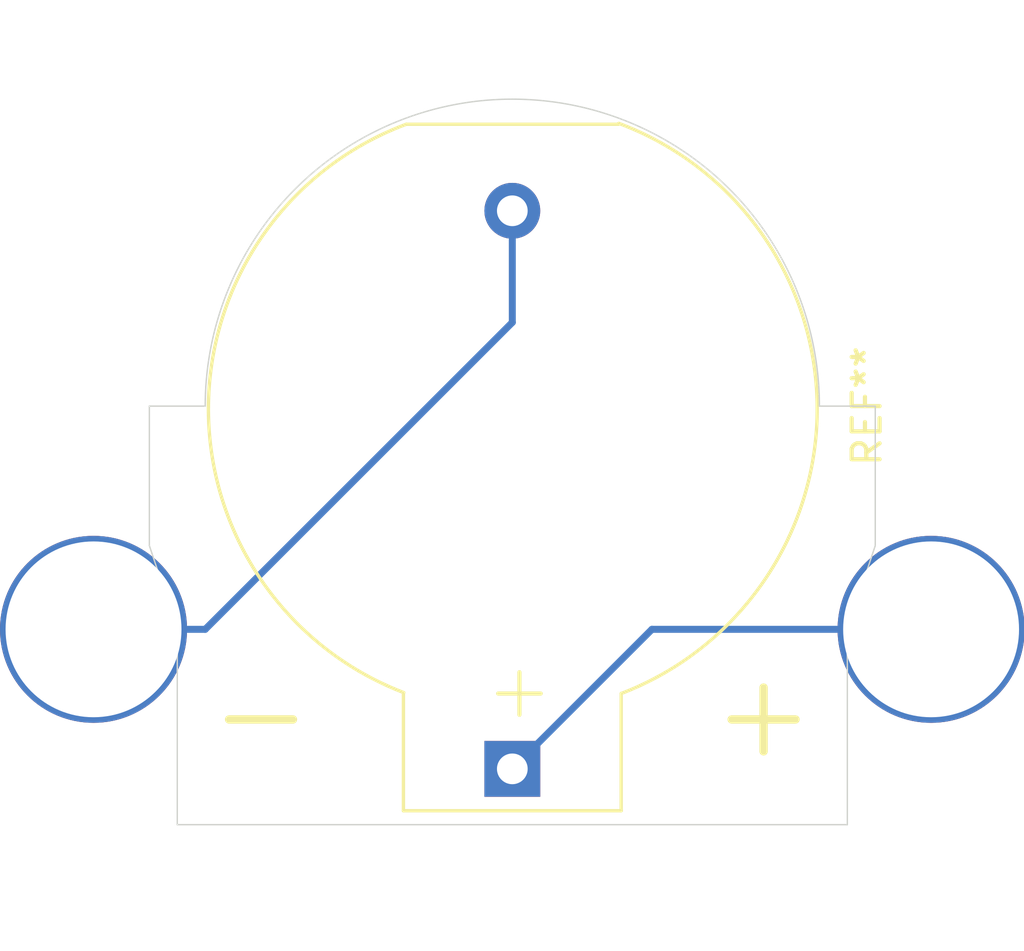
<source format=kicad_pcb>
(kicad_pcb (version 20171130) (host pcbnew "(5.1.6)-1")

  (general
    (thickness 1.6)
    (drawings 12)
    (tracks 7)
    (zones 0)
    (modules 1)
    (nets 1)
  )

  (page A4)
  (layers
    (0 F.Cu signal)
    (31 B.Cu signal)
    (32 B.Adhes user)
    (33 F.Adhes user)
    (34 B.Paste user)
    (35 F.Paste user)
    (36 B.SilkS user)
    (37 F.SilkS user)
    (38 B.Mask user)
    (39 F.Mask user)
    (40 Dwgs.User user)
    (41 Cmts.User user)
    (42 Eco1.User user)
    (43 Eco2.User user)
    (44 Edge.Cuts user)
    (45 Margin user)
    (46 B.CrtYd user)
    (47 F.CrtYd user)
    (48 B.Fab user)
    (49 F.Fab user)
  )

  (setup
    (last_trace_width 0.25)
    (trace_clearance 0.2)
    (zone_clearance 0.508)
    (zone_45_only no)
    (trace_min 0.2)
    (via_size 0.8)
    (via_drill 0.4)
    (via_min_size 0.4)
    (via_min_drill 0.3)
    (user_via 6.7 6.3)
    (uvia_size 0.3)
    (uvia_drill 0.1)
    (uvias_allowed no)
    (uvia_min_size 0.2)
    (uvia_min_drill 0.1)
    (edge_width 0.05)
    (segment_width 0.2)
    (pcb_text_width 0.3)
    (pcb_text_size 1.5 1.5)
    (mod_edge_width 0.12)
    (mod_text_size 1 1)
    (mod_text_width 0.15)
    (pad_size 1.524 1.524)
    (pad_drill 0.762)
    (pad_to_mask_clearance 0.05)
    (aux_axis_origin 0 0)
    (visible_elements FFFFFF7F)
    (pcbplotparams
      (layerselection 0x010fc_ffffffff)
      (usegerberextensions true)
      (usegerberattributes false)
      (usegerberadvancedattributes false)
      (creategerberjobfile false)
      (excludeedgelayer true)
      (linewidth 0.100000)
      (plotframeref false)
      (viasonmask false)
      (mode 1)
      (useauxorigin false)
      (hpglpennumber 1)
      (hpglpenspeed 20)
      (hpglpendiameter 15.000000)
      (psnegative false)
      (psa4output false)
      (plotreference true)
      (plotvalue false)
      (plotinvisibletext false)
      (padsonsilk false)
      (subtractmaskfromsilk true)
      (outputformat 1)
      (mirror false)
      (drillshape 0)
      (scaleselection 1)
      (outputdirectory ""))
  )

  (net 0 "")

  (net_class Default "This is the default net class."
    (clearance 0.2)
    (trace_width 0.25)
    (via_dia 0.8)
    (via_drill 0.4)
    (uvia_dia 0.3)
    (uvia_drill 0.1)
  )

  (module Battery:BatteryHolder_AdamTech_CR2032_‎BH-68A-1‎ (layer F.Cu) (tedit 60C17648) (tstamp 60C1D1E0)
    (at 108 100 270)
    (fp_text reference REF** (at -3 -12.7 90) (layer F.SilkS)
      (effects (font (size 1 1) (thickness 0.15)))
    )
    (fp_text value BatteryHolder_AdamTech_CR2032_‎BH-68A-1‎ (at -0.5 13.3 90) (layer F.Fab)
      (effects (font (size 1 1) (thickness 0.15)))
    )
    (fp_text user + (at 7.3 -0.1 90) (layer F.SilkS)
      (effects (font (size 2 2) (thickness 0.15)))
    )
    (fp_arc (start -2.9 0) (end 7.299999 -3.899999) (angle -318.1509965) (layer B.CrtYd) (width 0.12))
    (fp_arc (start -2.9 0) (end 7.299999 -3.899999) (angle -318.1509965) (layer F.CrtYd) (width 0.12))
    (fp_arc (start -2.9 0) (end -13.099999 3.799999) (angle -138.6426696) (layer F.SilkS) (width 0.12))
    (fp_arc (start -2.9 0) (end 7.299999 -3.899999) (angle -138.6426696) (layer F.SilkS) (width 0.12))
    (fp_line (start 7.3 -3.9) (end 7.299999 -3.899999) (layer B.CrtYd) (width 0.12))
    (fp_line (start 7.299999 -3.899999) (end 7.3 -3.9) (layer B.CrtYd) (width 0.12))
    (fp_line (start 11.5 -3.9) (end 7.299999 -3.899999) (layer B.CrtYd) (width 0.12))
    (fp_line (start 11.5 3.9) (end 11.5 -3.9) (layer B.CrtYd) (width 0.12))
    (fp_line (start 7.299999 3.9) (end 11.5 3.9) (layer B.CrtYd) (width 0.12))
    (fp_line (start 11.5 -3.9) (end 7.3 -3.9) (layer F.CrtYd) (width 0.12))
    (fp_line (start 11.5 3.9) (end 11.5 -3.9) (layer F.CrtYd) (width 0.12))
    (fp_line (start 7.3 3.9) (end 11.5 3.9) (layer F.CrtYd) (width 0.12))
    (fp_line (start -13.1 -3.8) (end -13.1 3.8) (layer F.SilkS) (width 0.12))
    (fp_line (start 11.5 -3.9) (end 7.3 -3.9) (layer F.SilkS) (width 0.12))
    (fp_line (start 11.5 3.9) (end 11.5 -3.9) (layer F.SilkS) (width 0.12))
    (fp_line (start 7.3 3.9) (end 11.5 3.9) (layer F.SilkS) (width 0.12))
    (pad 2 thru_hole circle (at -10 0 270) (size 2 2) (drill 1.1) (layers *.Cu *.Mask))
    (pad 1 thru_hole rect (at 10 0 270) (size 2 2) (drill 1.1) (layers *.Cu *.Mask))
  )

  (gr_text - (at 99 108) (layer F.SilkS)
    (effects (font (size 3 3) (thickness 0.3)))
  )
  (gr_text + (at 117 108) (layer F.SilkS)
    (effects (font (size 3 3) (thickness 0.3)))
  )
  (gr_arc (start 108 97) (end 119 97) (angle -180) (layer Edge.Cuts) (width 0.05))
  (gr_line (start 119 97) (end 121 97) (layer Edge.Cuts) (width 0.05) (tstamp 60C1D343))
  (gr_line (start 95 97) (end 97 97) (layer Edge.Cuts) (width 0.05))
  (gr_line (start 95 102) (end 95 97) (layer Edge.Cuts) (width 0.05))
  (gr_line (start 96 105) (end 95 102) (layer Edge.Cuts) (width 0.05))
  (gr_line (start 120 105) (end 121 102) (layer Edge.Cuts) (width 0.05) (tstamp 60C1D330))
  (gr_line (start 120 112) (end 120 105) (layer Edge.Cuts) (width 0.05))
  (gr_line (start 96 112) (end 96 105) (layer Edge.Cuts) (width 0.05))
  (gr_line (start 120 112) (end 96 112) (layer Edge.Cuts) (width 0.05))
  (gr_line (start 121 97) (end 121 102) (layer Edge.Cuts) (width 0.05))

  (via (at 123 105) (size 6.7) (drill 6.3) (layers F.Cu B.Cu) (net 0))
  (via (at 93 105) (size 6.7) (drill 6.3) (layers F.Cu B.Cu) (net 0))
  (segment (start 108 90) (end 108 94) (width 0.25) (layer B.Cu) (net 0))
  (segment (start 108 94) (end 97 105) (width 0.25) (layer B.Cu) (net 0))
  (segment (start 97 105) (end 96.368942 105) (width 0.25) (layer B.Cu) (net 0))
  (segment (start 108 110) (end 113 105) (width 0.25) (layer B.Cu) (net 0))
  (segment (start 113 105) (end 119.631058 105) (width 0.25) (layer B.Cu) (net 0))

)

</source>
